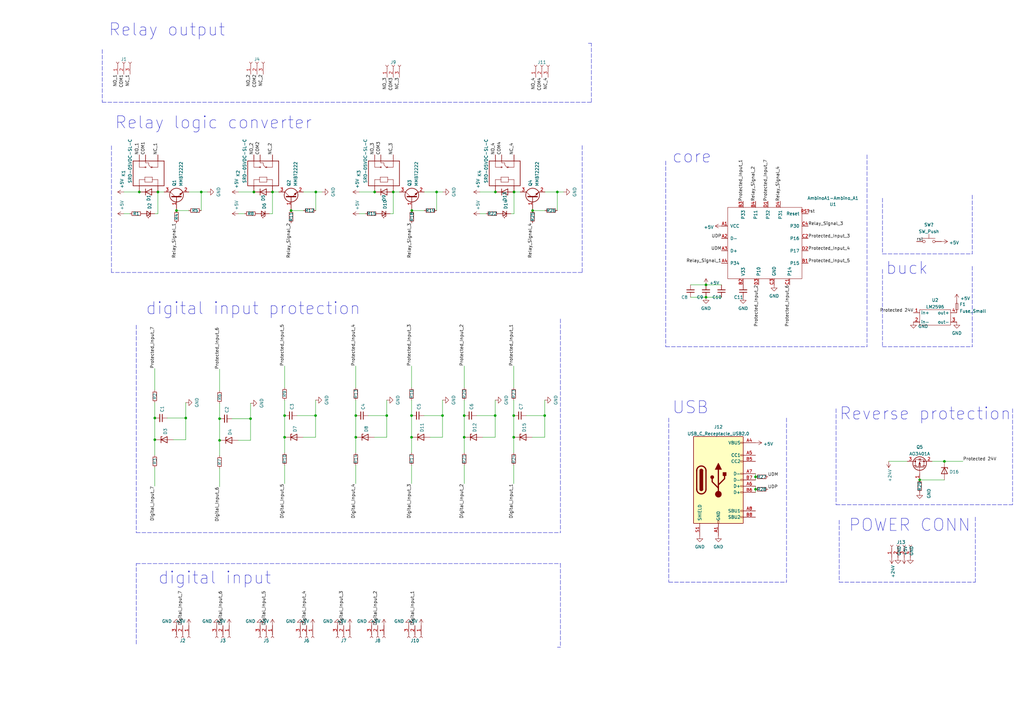
<source format=kicad_sch>
(kicad_sch (version 20211123) (generator eeschema)
  (paper "A3")
  (lib_symbols
    (symbol "CH55xFamily:AmbinoA1-Ambino_A1" (pin_names (offset 1.016))
      (property "Reference" "U" (at 10.16 -15.24 0))
      (property "Value" "AmbinoA1-Ambino_A1" (at 10.16 -17.78 0))
      (symbol "AmbinoA1-Ambino_A1_1_1"
        (pin input line (at -7.62 -10.16 0) (length 2.54) (name "VCC") (number "A1"))
        (pin input line (at -7.62 -15.24 0) (length 2.54) (name "D-") (number "A2"))
        (pin input line (at -7.62 -20.32 0) (length 2.54) (name "D+") (number "A3"))
        (pin input line (at -7.62 -25.4 0) (length 2.54) (name "P34") (number "A4"))
        (pin input line (at 27.94 -25.4 180) (length 2.54) (name "P15") (number "B1"))
        (pin input line (at 1.27 -34.29 90) (length 2.54) (name "V33") (number "B2"))
        (pin input line (at 1.27 0 270) (length 2.54) (name "P33") (number "B3"))
        (pin input line (at 6.35 0 270) (length 2.54) (name "P11") (number "B4"))
        (pin input line (at 20.32 -34.29 90) (length 2.54) (name "P14") (number "C1"))
        (pin input line (at 27.94 -15.24 180) (length 2.54) (name "P16") (number "C2"))
        (pin input line (at 13.97 -34.29 90) (length 2.54) (name "GND") (number "C3"))
        (pin input line (at 27.94 -10.16 180) (length 2.54) (name "P30") (number "C4"))
        (pin input line (at 11.43 0 270) (length 2.54) (name "P32") (number "D1"))
        (pin input line (at 27.94 -20.32 180) (length 2.54) (name "P17") (number "D2"))
        (pin input line (at 7.62 -34.29 90) (length 2.54) (name "P10") (number "D3"))
        (pin input line (at 16.51 0 270) (length 2.54) (name "P31") (number "D4"))
        (pin input line (at 27.94 -5.08 180) (length 2.54) (name "Reset") (number "RST"))
      )
    )
    (symbol "Connector:Conn_01x03_Female" (pin_names (offset 1.016) hide)
      (property "Reference" "J" (at 0 5.08 0))
      (property "Value" "Conn_01x03_Female" (at 0 -5.08 0))
      (symbol "Conn_01x03_Female_1_1"
        (pin passive line (at -5.08 2.54 0) (length 3.81) (name "Pin_1") (number "1"))
        (pin passive line (at -5.08 0 0) (length 3.81) (name "Pin_2") (number "2"))
        (pin passive line (at -5.08 -2.54 0) (length 3.81) (name "Pin_3") (number "3"))
      )
    )
    (symbol "Connector:Conn_01x04_Female" (pin_names (offset 1.016) hide)
      (property "Reference" "J" (at 0 5.08 0))
      (property "Value" "Conn_01x04_Female" (at 0 -7.62 0))
      (symbol "Conn_01x04_Female_1_1"
        (pin passive line (at -5.08 2.54 0) (length 3.81) (name "Pin_1") (number "1"))
        (pin passive line (at -5.08 0 0) (length 3.81) (name "Pin_2") (number "2"))
        (pin passive line (at -5.08 -2.54 0) (length 3.81) (name "Pin_3") (number "3"))
        (pin passive line (at -5.08 -5.08 0) (length 3.81) (name "Pin_4") (number "4"))
      )
    )
    (symbol "Connector:USB_C_Receptacle_USB2.0" (pin_names (offset 1.016))
      (property "Reference" "J" (at -10.16 19.05 0))
      (property "Value" "USB_C_Receptacle_USB2.0" (at 19.05 19.05 0))
      (symbol "USB_C_Receptacle_USB2.0_1_1"
        (pin passive line (at 0 -22.86 90) (length 5.08) (name "GND") (number "A1"))
        (pin passive line (at 0 -22.86 90) (length 5.08) hide (name "GND") (number "A12"))
        (pin passive line (at 15.24 15.24 180) (length 5.08) (name "VBUS") (number "A4"))
        (pin bidirectional line (at 15.24 10.16 180) (length 5.08) (name "CC1") (number "A5"))
        (pin bidirectional line (at 15.24 -2.54 180) (length 5.08) (name "D+") (number "A6"))
        (pin bidirectional line (at 15.24 2.54 180) (length 5.08) (name "D-") (number "A7"))
        (pin bidirectional line (at 15.24 -12.7 180) (length 5.08) (name "SBU1") (number "A8"))
        (pin passive line (at 15.24 15.24 180) (length 5.08) hide (name "VBUS") (number "A9"))
        (pin passive line (at 0 -22.86 90) (length 5.08) hide (name "GND") (number "B1"))
        (pin passive line (at 0 -22.86 90) (length 5.08) hide (name "GND") (number "B12"))
        (pin passive line (at 15.24 15.24 180) (length 5.08) hide (name "VBUS") (number "B4"))
        (pin bidirectional line (at 15.24 7.62 180) (length 5.08) (name "CC2") (number "B5"))
        (pin bidirectional line (at 15.24 -5.08 180) (length 5.08) (name "D+") (number "B6"))
        (pin bidirectional line (at 15.24 0 180) (length 5.08) (name "D-") (number "B7"))
        (pin bidirectional line (at 15.24 -15.24 180) (length 5.08) (name "SBU2") (number "B8"))
        (pin passive line (at 15.24 15.24 180) (length 5.08) hide (name "VBUS") (number "B9"))
        (pin passive line (at -7.62 -22.86 90) (length 5.08) (name "SHIELD") (number "S1"))
      )
    )
    (symbol "Device:C_Small" (pin_numbers hide) (pin_names (offset 0.254) hide)
      (property "Reference" "C" (at 0.254 1.778 0))
      (property "Value" "C_Small" (at 0.254 -2.032 0))
      (symbol "C_Small_1_1"
        (pin passive line (at 0 2.54 270) (length 2.032) (name "~") (number "1"))
        (pin passive line (at 0 -2.54 90) (length 2.032) (name "~") (number "2"))
      )
    )
    (symbol "Device:D_Zener" (pin_numbers hide) (pin_names (offset 1.016) hide)
      (property "Reference" "D" (at 0 2.54 0))
      (property "Value" "D_Zener" (at 0 -2.54 0))
      (symbol "D_Zener_1_1"
        (pin passive line (at -3.81 0 0) (length 2.54) (name "K") (number "1"))
        (pin passive line (at 3.81 0 180) (length 2.54) (name "A") (number "2"))
      )
    )
    (symbol "Device:Fuse_Small" (pin_numbers hide) (pin_names (offset 0.254) hide)
      (property "Reference" "F" (at 0 -1.524 0))
      (property "Value" "Fuse_Small" (at 0 1.524 0))
      (symbol "Fuse_Small_1_1"
        (pin passive line (at -2.54 0 0) (length 1.27) (name "~") (number "1"))
        (pin passive line (at 2.54 0 180) (length 1.27) (name "~") (number "2"))
      )
    )
    (symbol "Device:LED_Small" (pin_numbers hide) (pin_names (offset 0.254) hide)
      (property "Reference" "D" (at -1.27 3.175 0))
      (property "Value" "LED_Small" (at -4.445 -2.54 0))
      (symbol "LED_Small_1_1"
        (pin passive line (at -2.54 0 0) (length 1.778) (name "K") (number "1"))
        (pin passive line (at 2.54 0 180) (length 1.778) (name "A") (number "2"))
      )
    )
    (symbol "Device:R_Small" (pin_numbers hide) (pin_names (offset 0.254) hide)
      (property "Reference" "R" (at 0.762 0.508 0))
      (property "Value" "R_Small" (at 0.762 -1.016 0))
      (symbol "R_Small_1_1"
        (pin passive line (at 0 2.54 270) (length 0.762) (name "~") (number "1"))
        (pin passive line (at 0 -2.54 90) (length 0.762) (name "~") (number "2"))
      )
    )
    (symbol "Diode:1N4148" (pin_numbers hide) (pin_names (offset 1.016) hide)
      (property "Reference" "D" (at 0 2.54 0))
      (property "Value" "1N4148" (at 0 -2.54 0))
      (symbol "1N4148_1_1"
        (pin passive line (at -3.81 0 0) (length 2.54) (name "K") (number "1"))
        (pin passive line (at 3.81 0 180) (length 2.54) (name "A") (number "2"))
      )
    )
    (symbol "LM_2596_Module:LM2596"
      (property "Reference" "U" (at 0 0 0))
      (property "Value" "LM2596" (at 0 0 0))
      (symbol "LM2596_1_1"
        (pin input line (at -8.89 -2.54 0) (length 2.54) (name "in+") (number "1"))
        (pin input line (at -8.89 -6.35 0) (length 2.54) (name "in-") (number "2"))
        (pin input line (at 8.89 -6.35 180) (length 2.54) (name "out-") (number "3"))
        (pin input line (at 8.89 -2.54 180) (length 2.54) (name "out+") (number "4"))
      )
    )
    (symbol "Switch:SW_Push" (pin_numbers hide) (pin_names (offset 1.016) hide)
      (property "Reference" "SW" (at 1.27 2.54 0))
      (property "Value" "SW_Push" (at 0 -1.524 0))
      (symbol "SW_Push_0_1"
        (pin passive line (at -5.08 0 0) (length 2.54) (name "1") (number "1"))
        (pin passive line (at 5.08 0 180) (length 2.54) (name "2") (number "2"))
      )
    )
    (symbol "Transistor_BJT:MMBT3904" (pin_names (offset 0) hide)
      (property "Reference" "Q" (at 5.08 1.905 0))
      (property "Value" "MMBT3904" (at 5.08 0 0))
      (symbol "MMBT3904_1_1"
        (pin input line (at -5.08 0 0) (length 5.715) (name "B") (number "1"))
        (pin passive line (at 2.54 -5.08 90) (length 2.54) (name "E") (number "2"))
        (pin passive line (at 2.54 5.08 270) (length 2.54) (name "C") (number "3"))
      )
    )
    (symbol "Transistor_FET:AO3401A" (pin_names hide)
      (property "Reference" "Q" (at 5.08 1.905 0))
      (property "Value" "AO3401A" (at 5.08 0 0))
      (symbol "AO3401A_1_1"
        (pin input line (at -5.08 0 0) (length 2.54) (name "G") (number "1"))
        (pin passive line (at 2.54 -5.08 90) (length 2.54) (name "S") (number "2"))
        (pin passive line (at 2.54 5.08 270) (length 2.54) (name "D") (number "3"))
      )
    )
    (symbol "customrelay:SRD-05VDC-SL-C" (pin_numbers hide) (pin_names (offset 1.016) hide)
      (property "Reference" "K" (at -5.08 5.842 0))
      (property "Value" "SRD-05VDC-SL-C" (at -5.08 -10.16 0))
      (symbol "SRD-05VDC-SL-C_0_0"
        (pin passive line (at -7.62 2.54 0) (length 2.54) (name "~") (number "A1"))
        (pin passive line (at -7.62 -5.08 0) (length 2.54) (name "~") (number "A2"))
        (pin passive line (at 7.62 0 180) (length 2.54) (name "~") (number "COM"))
        (pin passive line (at 7.62 -5.08 180) (length 2.54) (name "~") (number "NC"))
        (pin passive line (at 7.62 2.54 180) (length 2.54) (name "~") (number "NO"))
      )
    )
    (symbol "power:+24V" (power) (pin_names (offset 0))
      (property "Value" "+24V" (at 0 3.556 0))
      (symbol "+24V_1_1"
        (pin power_in line (at 0 0 90) (length 0) hide (name "+24V") (number "1"))
      )
    )
    (symbol "power:+5V" (power) (pin_names (offset 0))
      (property "Value" "+5V" (at 0 3.556 0))
      (symbol "+5V_1_1"
        (pin power_in line (at 0 0 90) (length 0) hide (name "+5V") (number "1"))
      )
    )
    (symbol "power:GND" (power) (pin_names (offset 0))
      (property "Value" "GND" (at 0 -3.81 0))
      (symbol "GND_1_1"
        (pin power_in line (at 0 0 270) (length 0) hide (name "GND") (number "1"))
      )
    )
  )
  (junction (at 181.4933 170.4439))
  (junction (at 210.82 78.74))
  (junction (at 158.6333 170.4439))
  (junction (at 179.07 78.74))
  (junction (at 119.38 86.36))
  (junction (at 289.56 116.84))
  (junction (at 309.88 200.66))
  (junction (at 90.0533 171.7139))
  (junction (at 168.7933 179.3339))
  (junction (at 228.6 78.74))
  (junction (at 387.35 189.23))
  (junction (at 223.4033 170.4439))
  (junction (at 116.7233 179.3339))
  (junction (at 210.7033 179.3339))
  (junction (at 57.15 78.74))
  (junction (at 168.91 86.36))
  (junction (at 72.39 86.36))
  (junction (at 218.44 86.36))
  (junction (at 210.7033 170.4439))
  (junction (at 76.2 171.45))
  (junction (at 82.55 78.74))
  (junction (at 145.9333 179.3339))
  (junction (at 102.7533 171.7139))
  (junction (at 116.7233 170.4439))
  (junction (at 63.5 180.34))
  (junction (at 153.67 78.74))
  (junction (at 129.4233 170.4439))
  (junction (at 190.3833 179.3339))
  (junction (at 377.19 196.85))
  (junction (at 90.0533 180.6039))
  (junction (at 168.7933 170.4439))
  (junction (at 289.56 121.92))
  (junction (at 64.77 78.74))
  (junction (at 129.54 78.74))
  (junction (at 203.0833 170.4439))
  (junction (at 104.14 78.74))
  (junction (at 190.3833 170.4439))
  (junction (at 145.9333 170.4439))
  (junction (at 161.29 78.74))
  (junction (at 63.5 171.45))
  (junction (at 111.76 78.74))
  (junction (at 203.2 78.74))
  (junction (at 309.88 195.58))
  (wire (pts (xy 173.99 78.74) (xy 179.07 78.74)))
  (polyline (pts (xy 55.88 231.14) (xy 229.87 231.14)))
  (wire (pts (xy 77.47 78.74) (xy 82.55 78.74)))
  (polyline (pts (xy 322.58 171.45) (xy 322.58 238.76)))
  (wire (pts (xy 168.7933 170.4439) (xy 168.7933 164.0939)))
  (wire (pts (xy 203.0833 170.4439) (xy 203.0833 164.0939)))
  (polyline (pts (xy 238.76 111.76) (xy 45.72 111.76)))
  (wire (pts (xy 228.6 86.36) (xy 228.6 78.74)))
  (polyline (pts (xy 41.91 20.32) (xy 41.91 41.91)))
  (wire (pts (xy 77.47 86.36) (xy 72.39 86.36)))
  (wire (pts (xy 190.3833 179.3339) (xy 190.3833 170.4439)))
  (wire (pts (xy 64.77 78.74) (xy 67.31 78.74)))
  (wire (pts (xy 90.0533 171.7139) (xy 90.0533 165.3639)))
  (wire (pts (xy 97.79 87.63) (xy 100.33 87.63)))
  (wire (pts (xy 116.7233 179.3339) (xy 116.7233 170.4439)))
  (wire (pts (xy 145.9333 185.6839) (xy 145.9333 179.3339)))
  (wire (pts (xy 124.46 86.36) (xy 119.38 86.36)))
  (wire (pts (xy 64.77 78.74) (xy 64.77 87.63)))
  (wire (pts (xy 63.5 160.02) (xy 63.5 151.13)))
  (wire (pts (xy 196.85 87.63) (xy 199.39 87.63)))
  (wire (pts (xy 145.9333 170.4439) (xy 145.9333 164.0939)))
  (wire (pts (xy 124.3433 179.3339) (xy 129.4233 179.3339)))
  (wire (pts (xy 168.7933 159.0139) (xy 168.7933 150.1239)))
  (wire (pts (xy 181.4933 179.3339) (xy 181.4933 170.4439)))
  (wire (pts (xy 210.7033 185.6839) (xy 210.7033 179.3339)))
  (wire (pts (xy 309.88 194.31) (xy 309.88 195.58)))
  (wire (pts (xy 63.5 180.34) (xy 63.5 171.45)))
  (wire (pts (xy 210.7033 179.3339) (xy 210.7033 170.4439)))
  (wire (pts (xy 215.7833 170.4439) (xy 223.4033 170.4439)))
  (polyline (pts (xy 361.95 81.28) (xy 361.95 104.14)))
  (wire (pts (xy 382.27 189.23) (xy 387.35 189.23)))
  (polyline (pts (xy 229.87 130.81) (xy 229.87 218.44)))
  (wire (pts (xy 190.3833 198.3839) (xy 190.3833 190.7639)))
  (wire (pts (xy 173.8733 170.4439) (xy 181.4933 170.4439)))
  (wire (pts (xy 173.99 86.36) (xy 168.91 86.36)))
  (wire (pts (xy 210.7033 198.3839) (xy 210.7033 190.7639)))
  (wire (pts (xy 198.0033 179.3339) (xy 203.0833 179.3339)))
  (polyline (pts (xy 398.78 109.22) (xy 398.78 142.24)))
  (polyline (pts (xy 273.05 66.04) (xy 273.05 142.24)))
  (wire (pts (xy 95.1333 171.7139) (xy 102.7533 171.7139)))
  (polyline (pts (xy 45.72 111.76) (xy 45.72 59.69)))
  (wire (pts (xy 168.7933 198.3839) (xy 168.7933 190.7639)))
  (polyline (pts (xy 41.91 41.91) (xy 242.57 41.91)))
  (wire (pts (xy 181.4933 170.4439) (xy 181.4933 164.0939)))
  (wire (pts (xy 111.76 78.74) (xy 114.3 78.74)))
  (wire (pts (xy 168.7933 179.3339) (xy 168.7933 170.4439)))
  (wire (pts (xy 190.3833 170.4439) (xy 190.3833 164.0939)))
  (wire (pts (xy 90.0533 180.6039) (xy 90.0533 171.7139)))
  (wire (pts (xy 129.54 78.74) (xy 132.08 78.74)))
  (wire (pts (xy 116.7233 170.4439) (xy 116.7233 164.0939)))
  (wire (pts (xy 190.3833 159.0139) (xy 190.3833 150.1239)))
  (wire (pts (xy 90.0533 186.9539) (xy 90.0533 180.6039)))
  (wire (pts (xy 196.85 78.74) (xy 203.2 78.74)))
  (wire (pts (xy 50.8 78.74) (xy 57.15 78.74)))
  (polyline (pts (xy 398.78 80.01) (xy 398.78 104.14)))
  (wire (pts (xy 116.7233 185.6839) (xy 116.7233 179.3339)))
  (wire (pts (xy 63.5 199.39) (xy 63.5 191.77)))
  (polyline (pts (xy 242.57 41.91) (xy 242.57 17.78)))
  (wire (pts (xy 71.12 180.34) (xy 76.2 180.34)))
  (wire (pts (xy 124.46 78.74) (xy 129.54 78.74)))
  (wire (pts (xy 176.4133 179.3339) (xy 181.4933 179.3339)))
  (wire (pts (xy 168.7933 185.6839) (xy 168.7933 179.3339)))
  (wire (pts (xy 97.6733 180.6039) (xy 102.7533 180.6039)))
  (wire (pts (xy 82.55 78.74) (xy 85.09 78.74)))
  (wire (pts (xy 129.4233 179.3339) (xy 129.4233 170.4439)))
  (polyline (pts (xy 274.32 171.45) (xy 274.32 238.76)))
  (wire (pts (xy 147.32 78.74) (xy 153.67 78.74)))
  (wire (pts (xy 228.6 78.74) (xy 231.14 78.74)))
  (polyline (pts (xy 241.3 17.78) (xy 242.57 17.78)))
  (wire (pts (xy 309.88 195.58) (xy 309.88 196.85)))
  (polyline (pts (xy 55.88 133.35) (xy 55.88 218.44)))
  (wire (pts (xy 289.56 121.92) (xy 295.91 121.92)))
  (wire (pts (xy 145.9333 198.3839) (xy 145.9333 190.7639)))
  (wire (pts (xy 76.2 180.34) (xy 76.2 171.45)))
  (polyline (pts (xy 342.9 167.64) (xy 342.9 207.01)))
  (wire (pts (xy 309.88 199.39) (xy 309.88 200.66)))
  (wire (pts (xy 111.76 78.74) (xy 111.76 87.63)))
  (wire (pts (xy 145.9333 159.0139) (xy 145.9333 150.1239)))
  (wire (pts (xy 90.0533 160.2839) (xy 90.0533 151.3939)))
  (wire (pts (xy 161.29 78.74) (xy 161.29 87.63)))
  (wire (pts (xy 195.4633 170.4439) (xy 203.0833 170.4439)))
  (polyline (pts (xy 355.6 63.5) (xy 355.6 142.24)))
  (wire (pts (xy 102.7533 171.7139) (xy 102.7533 165.3639)))
  (wire (pts (xy 97.79 78.74) (xy 104.14 78.74)))
  (wire (pts (xy 161.29 78.74) (xy 163.83 78.74)))
  (wire (pts (xy 179.07 86.36) (xy 179.07 78.74)))
  (wire (pts (xy 377.19 196.85) (xy 387.35 196.85)))
  (polyline (pts (xy 55.88 264.16) (xy 55.88 231.14)))
  (wire (pts (xy 153.5533 179.3339) (xy 158.6333 179.3339)))
  (polyline (pts (xy 238.76 59.69) (xy 238.76 111.76)))
  (wire (pts (xy 203.0833 179.3339) (xy 203.0833 170.4439)))
  (wire (pts (xy 210.82 87.63) (xy 209.55 87.63)))
  (wire (pts (xy 121.8033 170.4439) (xy 129.4233 170.4439)))
  (wire (pts (xy 179.07 78.74) (xy 181.61 78.74)))
  (polyline (pts (xy 344.17 213.36) (xy 344.17 238.76)))
  (wire (pts (xy 129.54 86.36) (xy 129.54 78.74)))
  (wire (pts (xy 289.56 116.84) (xy 295.91 116.84)))
  (wire (pts (xy 64.77 87.63) (xy 63.5 87.63)))
  (polyline (pts (xy 229.87 231.14) (xy 229.87 265.43)))
  (wire (pts (xy 147.32 87.63) (xy 149.86 87.63)))
  (wire (pts (xy 50.8 87.63) (xy 53.34 87.63)))
  (polyline (pts (xy 228.6 265.43) (xy 229.87 265.43)))
  (wire (pts (xy 223.52 78.74) (xy 228.6 78.74)))
  (wire (pts (xy 223.4033 179.3339) (xy 223.4033 170.4439)))
  (wire (pts (xy 158.6333 170.4439) (xy 158.6333 164.0939)))
  (polyline (pts (xy 361.95 104.14) (xy 398.78 104.14)))
  (wire (pts (xy 111.76 87.63) (xy 110.49 87.63)))
  (wire (pts (xy 63.5 171.45) (xy 63.5 165.1)))
  (wire (pts (xy 283.21 116.84) (xy 289.56 116.84)))
  (wire (pts (xy 82.55 86.36) (xy 82.55 78.74)))
  (wire (pts (xy 63.5 186.69) (xy 63.5 180.34)))
  (wire (pts (xy 158.6333 179.3339) (xy 158.6333 170.4439)))
  (wire (pts (xy 129.4233 170.4439) (xy 129.4233 164.0939)))
  (wire (pts (xy 210.7033 170.4439) (xy 210.7033 164.0939)))
  (wire (pts (xy 309.88 200.66) (xy 309.88 201.93)))
  (wire (pts (xy 210.82 78.74) (xy 213.36 78.74)))
  (polyline (pts (xy 344.17 238.76) (xy 400.05 238.76)))
  (wire (pts (xy 210.82 78.74) (xy 210.82 87.63)))
  (polyline (pts (xy 273.05 142.24) (xy 355.6 142.24)))
  (polyline (pts (xy 274.32 238.76) (xy 322.58 238.76)))
  (wire (pts (xy 116.7233 198.3839) (xy 116.7233 190.7639)))
  (wire (pts (xy 76.2 171.45) (xy 76.2 165.1)))
  (wire (pts (xy 387.35 189.23) (xy 394.97 189.23)))
  (wire (pts (xy 116.7233 159.0139) (xy 116.7233 150.1239)))
  (wire (pts (xy 161.29 87.63) (xy 160.02 87.63)))
  (polyline (pts (xy 55.88 218.44) (xy 229.87 218.44)))
  (polyline (pts (xy 361.95 110.49) (xy 361.95 142.24)))
  (polyline (pts (xy 342.9 207.01) (xy 415.29 207.01)))
  (wire (pts (xy 223.52 86.36) (xy 218.44 86.36)))
  (wire (pts (xy 151.0133 170.4439) (xy 158.6333 170.4439)))
  (polyline (pts (xy 400.05 212.09) (xy 400.05 238.76)))
  (wire (pts (xy 218.3233 179.3339) (xy 223.4033 179.3339)))
  (wire (pts (xy 364.49 189.23) (xy 372.11 189.23)))
  (wire (pts (xy 68.58 171.45) (xy 76.2 171.45)))
  (wire (pts (xy 210.7033 159.0139) (xy 210.7033 150.1239)))
  (wire (pts (xy 102.7533 180.6039) (xy 102.7533 171.7139)))
  (wire (pts (xy 223.4033 170.4439) (xy 223.4033 164.0939)))
  (wire (pts (xy 190.3833 185.6839) (xy 190.3833 179.3339)))
  (polyline (pts (xy 415.29 167.64) (xy 415.29 207.01)))
  (polyline (pts (xy 361.95 142.24) (xy 398.78 142.24)))
  (wire (pts (xy 283.21 121.92) (xy 289.56 121.92)))
  (wire (pts (xy 145.9333 179.3339) (xy 145.9333 170.4439)))
  (wire (pts (xy 90.0533 199.6539) (xy 90.0533 192.0339)))
  (text "buck" (at 363.22 113.03 0) (effects (font (size 5 5)) (justify left bottom)))
  (text "Reverse protection" (at 344.17 172.72 0) (effects (font (size 5 5)) (justify left bottom)))
  (text "POWER CONN" (at 347.98 218.44 0) (effects (font (size 5 5)) (justify left bottom)))
  (text "USB" (at 275.59 170.18 0) (effects (font (size 5 5)) (justify left bottom)))
  (text "digital input protection\n" (at 59.69 129.54 0) (effects (font (size 5 5)) (justify left bottom)))
  (text "Relay logic converter" (at 46.99 53.34 0) (effects (font (size 5 5)) (justify left bottom)))
  (text "digital input\n" (at 64.77 240.03 0) (effects (font (size 5 5)) (justify left bottom)))
  (text "core" (at 275.59 67.31 0) (effects (font (size 5 5)) (justify left bottom)))
  (text "Relay output\n" (at 44.45 15.24 0) (effects (font (size 5 5)) (justify left bottom)))
  (label "Digital_Input_5" (at 116.7233 198.3839 270))
  (label "Protected_Input_5" (at 331.47 107.95 0))
  (label "Protected_Input_7" (at 63.5 151.13 90))
  (label "COM3" (at 156.21 63.5 90))
  (label "Protected_Input_1" (at 210.7033 150.1239 90))
  (label "NO_4" (at 219.71 31.75 270))
  (label "NO_2" (at 102.87 30.48 270))
  (label "Digital_Input_1" (at 210.7033 198.3839 270))
  (label "Relay_Signal_4" (at 218.44 91.44 270))
  (label "Protected_Input_7" (at 314.96 82.55 90))
  (label "Protected_Input_6" (at 90.0533 151.3939 90))
  (label "Protected_Input_5" (at 116.7233 150.1239 90))
  (label "rst" (at 375.92 99.06 0))
  (label "NC_1" (at 53.34 30.48 270))
  (label "Digital_Input_6" (at 90.0533 199.6539 270))
  (label "Protected_Input_4" (at 145.9333 150.1239 90))
  (label "rst" (at 331.47 87.63 0))
  (label "COM3" (at 161.29 31.75 270))
  (label "Digital_Input_1" (at 170.18 256.54 90))
  (label "COM2" (at 105.41 30.48 270))
  (label "NC_3" (at 161.29 63.5 90))
  (label "Relay_Signal_2" (at 309.88 82.55 90))
  (label "NO_1" (at 48.26 30.48 270))
  (label "Protected_Input_3" (at 168.7933 150.1239 90))
  (label "Digital_Input_4" (at 125.73 256.54 90))
  (label "Protected_Input_2" (at 311.15 116.84 270))
  (label "UDP" (at 295.91 97.79 180))
  (label "Protected_Input_1" (at 304.8 82.55 90))
  (label "NC_4" (at 224.79 31.75 270))
  (label "Relay_Signal_3" (at 168.91 91.44 270))
  (label "Protected_Input_4" (at 331.47 102.87 0))
  (label "Digital_Input_7" (at 74.93 256.54 90))
  (label "Digital_Input_7" (at 63.5 199.39 270))
  (label "Relay_Signal_1" (at 72.39 91.44 270))
  (label "COM1" (at 59.69 63.5 90))
  (label "NC_1" (at 64.77 63.5 90))
  (label "Relay_Signal_3" (at 331.47 92.71 0))
  (label "Digital_Input_5" (at 109.22 256.54 90))
  (label "Digital_Input_2" (at 154.94 256.54 90))
  (label "UDM" (at 295.91 102.87 180))
  (label "Protected 24V" (at 394.97 189.23 0))
  (label "Digital_Input_6" (at 91.44 256.54 90))
  (label "NO_3" (at 158.75 31.75 270))
  (label "COM4" (at 205.74 63.5 90))
  (label "NC_3" (at 163.83 31.75 270))
  (label "NC_2" (at 107.95 30.48 270))
  (label "Relay_Signal_2" (at 119.38 91.44 270))
  (label "Digital_Input_4" (at 145.9333 198.3839 270))
  (label "COM2" (at 106.68 63.5 90))
  (label "Digital_Input_3" (at 140.97 256.54 90))
  (label "Digital_Input_2" (at 190.3833 198.3839 270))
  (label "NO_3" (at 153.67 63.5 90))
  (label "COM4" (at 222.25 31.75 270))
  (label "NC_2" (at 111.76 63.5 90))
  (label "Protected_Input_2" (at 190.3833 150.1239 90))
  (label "UDP" (at 314.96 200.66 0))
  (label "NO_2" (at 104.14 63.5 90))
  (label "Digital_Input_3" (at 168.7933 198.3839 270))
  (label "Relay_Signal_1" (at 295.91 107.95 180))
  (label "UDM" (at 314.96 195.58 0))
  (label "NO_1" (at 57.15 63.5 90))
  (label "Protected_Input_6" (at 323.85 116.84 270))
  (label "Protected_Input_3" (at 331.47 97.79 0))
  (label "Relay_Signal_4" (at 320.04 82.55 90))
  (label "Protected 24V" (at 374.65 128.27 180))
  (label "NO_4" (at 203.2 63.5 90))
  (label "COM1" (at 50.8 30.48 270))
  (label "NC_4" (at 210.82 63.5 90))
  (symbol (lib_id "power:+5V") (at 386.08 99.06 270) (unit 1)
    (property "Reference" "#PWR?" (effects hide))
    (property "Value" "+5V" (at 389.255 99.539 90) (effects (justify left)))
  )
  (symbol (lib_id "power:+5V") (at 97.79 87.63 90) (unit 1)
    (property "Reference" "#PWR010" (effects hide))
    (property "Value" "+5V" (at 96.999 86.233 0) (effects (justify left)))
  )
  (symbol (lib_id "Device:D_Zener") (at 194.1933 179.3339 0) (unit 1)
    (property "Reference" "D12" (at 194.6723 177.3019 90) (effects (justify left)))
    (property "Value" "D_Zener" (effects hide))
    (property "Footprint" "Ambino Custom SIP:D_SOD-123" (effects hide))
  )
  (symbol (lib_id "power:GND") (at 132.08 78.74 90) (unit 1)
    (property "Reference" "#PWR017" (effects hide))
    (property "Value" "GND" (at 136.6425 78.74 0))
  )
  (symbol (lib_id "Connector:Conn_01x03_Female") (at 161.29 26.67 90) (unit 1)
    (property "Reference" "J9" (at 161.29 25.5293 90))
    (property "Value" "Conn_01x03_Female" (effects hide))
    (property "Footprint" "Connector_Phoenix_MSTB:PhoenixContact_MSTBA_2,5_3-G-5,08_1x03_P5.08mm_Horizontal" (effects hide))
  )
  (symbol (lib_id "power:GND") (at 317.5 116.84 0) (unit 1)
    (property "Reference" "#PWR041" (effects hide))
    (property "Value" "GND" (at 317.5 121.4025 0))
  )
  (symbol (lib_id "power:GND") (at 181.61 78.74 90) (unit 1)
    (property "Reference" "#PWR028" (effects hide))
    (property "Value" "GND" (at 186.1725 78.74 0))
  )
  (symbol (lib_id "Connector:Conn_01x03_Female") (at 170.18 261.62 270) (unit 1)
    (property "Reference" "J10" (at 170.18 262.7607 90))
    (property "Value" "Conn_01x03_Female" (effects hide))
    (property "Footprint" "Connector_Phoenix_MSTB:PhoenixContact_MSTBA_2,5_3-G-5,08_1x03_P5.08mm_Horizontal" (effects hide))
  )
  (symbol (lib_id "Device:R_Small") (at 119.38 88.9 180) (unit 1)
    (property "Reference" "R11" (at 119.38 88.9 90))
    (property "Value" "1K" (effects hide))
    (property "Footprint" "Ambino Custom SIP:R_0805_2012Metric" (effects hide))
  )
  (symbol (lib_id "power:GND") (at 88.9 256.54 180) (unit 1)
    (property "Reference" "#PWR07" (effects hide))
    (property "Value" "GND" (at 86.995 254.791 0) (effects (justify left)))
  )
  (symbol (lib_id "Device:C_Small") (at 283.21 119.38 180) (unit 1)
    (property "Reference" "C8" (at 279.4 121.92 0) (effects (justify right)))
    (property "Value" "105" (effects hide))
    (property "Footprint" "Ambino Custom SIP:C_0805_2012Metric" (effects hide))
  )
  (symbol (lib_id "Connector:Conn_01x03_Female") (at 125.73 261.62 270) (unit 1)
    (property "Reference" "J6" (at 125.73 262.7607 90))
    (property "Value" "Conn_01x03_Female" (effects hide))
    (property "Footprint" "Connector_Phoenix_MSTB:PhoenixContact_MSTBA_2,5_3-G-5,08_1x03_P5.08mm_Horizontal" (effects hide))
  )
  (symbol (lib_id "Device:D_Zener") (at 120.5333 179.3339 0) (unit 1)
    (property "Reference" "D7" (at 121.0123 177.3019 90) (effects (justify left)))
    (property "Value" "D_Zener" (effects hide))
    (property "Footprint" "Ambino Custom SIP:D_SOD-123" (effects hide))
  )
  (symbol (lib_id "power:+5V") (at 196.85 78.74 90) (unit 1)
    (property "Reference" "#PWR029" (effects hide))
    (property "Value" "+5V" (at 196.059 77.343 0) (effects (justify left)))
  )
  (symbol (lib_id "power:+5V") (at 196.85 87.63 90) (unit 1)
    (property "Reference" "#PWR030" (effects hide))
    (property "Value" "+5V" (at 196.059 86.233 0) (effects (justify left)))
  )
  (symbol (lib_id "Connector:Conn_01x03_Female") (at 50.8 25.4 90) (unit 1)
    (property "Reference" "J1" (at 50.8 24.2593 90))
    (property "Value" "Conn_01x03_Female" (effects hide))
    (property "Footprint" "Connector_Phoenix_MSTB:PhoenixContact_MSTBA_2,5_3-G-5,08_1x03_P5.08mm_Horizontal" (effects hide))
  )
  (symbol (lib_id "Device:R_Small") (at 190.3833 161.5539 180) (unit 1)
    (property "Reference" "R20" (at 190.3833 161.5539 90))
    (property "Value" "4k7" (effects hide))
    (property "Footprint" "Ambino Custom SIP:R_0805_2012Metric" (effects hide))
  )
  (symbol (lib_id "Device:R_Small") (at 210.7033 188.2239 180) (unit 1)
    (property "Reference" "R24" (at 210.7033 188.2239 90))
    (property "Value" "4k7" (effects hide))
    (property "Footprint" "Ambino Custom SIP:R_0805_2012Metric" (effects hide))
  )
  (symbol (lib_id "Device:LED_Small") (at 107.95 87.63 180) (unit 1)
    (property "Reference" "D6" (at 108.3655 85.852 90) (effects (justify right)))
    (property "Value" "LED_RED" (effects hide))
    (property "Footprint" "Ambino Custom SIP:LED_0805_2012Metric" (effects hide))
  )
  (symbol (lib_id "power:+5V") (at 172.72 256.54 0) (unit 1)
    (property "Reference" "#PWR026" (effects hide))
    (property "Value" "+5V" (at 171.323 254.791 0) (effects (justify right)))
  )
  (symbol (lib_id "Device:C_Small") (at 295.91 119.38 180) (unit 1)
    (property "Reference" "C10" (at 292.1 121.92 0) (effects (justify right)))
    (property "Value" "104" (effects hide))
    (property "Footprint" "Ambino Custom SIP:C_0805_2012Metric" (effects hide))
  )
  (symbol (lib_id "power:GND") (at 223.4033 164.0939 90) (unit 1)
    (property "Reference" "#PWR032" (effects hide))
    (property "Value" "GND" (at 227.9658 164.0939 0))
  )
  (symbol (lib_id "Device:R_Small") (at 312.42 200.66 90) (unit 1)
    (property "Reference" "R28" (at 312.42 200.66 90))
    (property "Value" "R_Small" (effects hide))
    (property "Footprint" "Ambino Custom SIP:R_0805_2012Metric" (effects hide))
  )
  (symbol (lib_id "Device:D_Zener") (at 214.5133 179.3339 0) (unit 1)
    (property "Reference" "D15" (at 214.9923 177.3019 90) (effects (justify left)))
    (property "Value" "D_Zener" (effects hide))
    (property "Footprint" "Ambino Custom SIP:D_SOD-123" (effects hide))
  )
  (symbol (lib_id "power:GND") (at 377.19 201.93 0) (unit 1)
    (property "Reference" "#PWR048" (effects hide))
    (property "Value" "GND" (at 381 204.47 90) (effects (justify left)))
  )
  (symbol (lib_id "power:+5V") (at 143.51 256.54 0) (unit 1)
    (property "Reference" "#PWR019" (effects hide))
    (property "Value" "+5V" (at 142.113 254.791 0) (effects (justify right)))
  )
  (symbol (lib_id "power:+5V") (at 309.88 181.61 270) (unit 1)
    (property "Reference" "#PWR040" (effects hide))
    (property "Value" "+5V" (at 313.055 182.089 90) (effects (justify left)))
  )
  (symbol (lib_id "power:GND") (at 231.14 78.74 90) (unit 1)
    (property "Reference" "#PWR033" (effects hide))
    (property "Value" "GND" (at 235.7025 78.74 0))
  )
  (symbol (lib_id "Connector:Conn_01x03_Female") (at 74.93 261.62 270) (unit 1)
    (property "Reference" "J2" (at 74.93 262.7607 90))
    (property "Value" "Conn_01x03_Female" (effects hide))
    (property "Footprint" "Connector_Phoenix_MSTB:PhoenixContact_MSTBA_2,5_3-G-5,08_1x03_P5.08mm_Horizontal" (effects hide))
  )
  (symbol (lib_id "Connector:Conn_01x03_Female") (at 105.41 25.4 90) (unit 1)
    (property "Reference" "J4" (at 105.41 24.2593 90))
    (property "Value" "Conn_01x03_Female" (effects hide))
    (property "Footprint" "Connector_Phoenix_MSTB:PhoenixContact_MSTBA_2,5_3-G-5,08_1x03_P5.08mm_Horizontal" (effects hide))
  )
  (symbol (lib_id "Device:R_Small") (at 102.87 87.63 270) (unit 1)
    (property "Reference" "R8" (at 102.87 87.63 90))
    (property "Value" "1K" (effects hide))
    (property "Footprint" "Ambino Custom SIP:R_0805_2012Metric" (effects hide))
  )
  (symbol (lib_id "Device:C_Small") (at 92.5933 171.7139 270) (unit 1)
    (property "Reference" "C2" (at 93.0659 169.3898 0) (effects (justify right)))
    (property "Value" "104" (effects hide))
    (property "Footprint" "Ambino Custom SIP:C_0805_2012Metric" (effects hide))
  )
  (symbol (lib_id "Device:C_Small") (at 192.9233 170.4439 270) (unit 1)
    (property "Reference" "C6" (at 193.3959 168.1198 0) (effects (justify right)))
    (property "Value" "104" (effects hide))
    (property "Footprint" "Ambino Custom SIP:C_0805_2012Metric" (effects hide))
  )
  (symbol (lib_id "Device:C_Small") (at 213.2433 170.4439 270) (unit 1)
    (property "Reference" "C7" (at 213.7159 168.1198 0) (effects (justify right)))
    (property "Value" "104" (effects hide))
    (property "Footprint" "Ambino Custom SIP:C_0805_2012Metric" (effects hide))
  )
  (symbol (lib_id "customrelay:SRD-05VDC-SL-C") (at 205.74 71.12 90) (unit 1)
    (property "Reference" "K4" (at 196.6935 71.12 0))
    (property "Value" "SRD-05VDC-SL-C" (at 199.39 66.04 0))
    (property "Footprint" "Ambino Custom SIP:RELAY_SRD-05VDC-SL-C" (effects hide))
    (property "STANDARD" "IPC-7251" (effects hide))
    (property "MANUFACTURER" "SONGLE RELAY" (effects hide))
  )
  (symbol (lib_id "Device:R_Small") (at 116.7233 188.2239 180) (unit 1)
    (property "Reference" "R10" (at 116.7233 188.2239 90))
    (property "Value" "4k7" (effects hide))
    (property "Footprint" "Ambino Custom SIP:R_0805_2012Metric" (effects hide))
  )
  (symbol (lib_id "power:GND") (at 76.2 165.1 90) (unit 1)
    (property "Reference" "#PWR04" (effects hide))
    (property "Value" "GND" (at 80.7625 165.1 0))
  )
  (symbol (lib_id "Connector:Conn_01x03_Female") (at 140.97 261.62 270) (unit 1)
    (property "Reference" "J7" (at 140.97 262.7607 90))
    (property "Value" "Conn_01x03_Female" (effects hide))
    (property "Footprint" "Connector_Phoenix_MSTB:PhoenixContact_MSTBA_2,5_3-G-5,08_1x03_P5.08mm_Horizontal" (effects hide))
  )
  (symbol (lib_id "power:+5V") (at 370.84 228.6 180) (unit 1)
    (property "Reference" "#PWR045" (effects hide))
    (property "Value" "+5V" (at 371.319 227.965 90) (effects (justify right)))
  )
  (symbol (lib_id "Connector:Conn_01x04_Female") (at 368.3 223.52 90) (unit 1)
    (property "Reference" "J13" (at 369.57 222.3793 90))
    (property "Value" "Conn_01x04_Female" (effects hide))
    (property "Footprint" "Connector_Phoenix_MSTB:PhoenixContact_MSTBA_2,5_4-G-5,08_1x04_P5.08mm_Horizontal" (effects hide))
  )
  (symbol (lib_id "Device:R_Small") (at 190.3833 188.2239 180) (unit 1)
    (property "Reference" "R21" (at 190.3833 188.2239 90))
    (property "Value" "4k7" (effects hide))
    (property "Footprint" "Ambino Custom SIP:R_0805_2012Metric" (effects hide))
  )
  (symbol (lib_id "Device:C_Small") (at 289.56 119.38 180) (unit 1)
    (property "Reference" "C9" (at 285.75 121.92 0) (effects (justify right)))
    (property "Value" "106" (effects hide))
    (property "Footprint" "Ambino Custom SIP:C_0805_2012Metric" (effects hide))
  )
  (symbol (lib_id "Device:R_Small") (at 168.91 88.9 180) (unit 1)
    (property "Reference" "R18" (at 168.91 88.9 90))
    (property "Value" "1K" (effects hide))
    (property "Footprint" "Ambino Custom SIP:R_0805_2012Metric" (effects hide))
  )
  (symbol (lib_id "Device:R_Small") (at 168.7933 161.5539 180) (unit 1)
    (property "Reference" "R16" (at 168.7933 161.5539 90))
    (property "Value" "4k7" (effects hide))
    (property "Footprint" "Ambino Custom SIP:R_0805_2012Metric" (effects hide))
  )
  (symbol (lib_id "Device:R_Small") (at 226.06 86.36 270) (unit 1)
    (property "Reference" "R26" (at 226.06 86.36 90))
    (property "Value" "10K" (effects hide))
    (property "Footprint" "Ambino Custom SIP:R_0805_2012Metric" (effects hide))
  )
  (symbol (lib_id "power:GND") (at 392.43 132.08 0) (unit 1)
    (property "Reference" "#PWR050" (effects hide))
    (property "Value" "GND" (at 392.43 136.6425 0))
  )
  (symbol (lib_id "Device:R_Small") (at 116.7233 161.5539 180) (unit 1)
    (property "Reference" "R9" (at 116.7233 161.5539 90))
    (property "Value" "4k7" (effects hide))
    (property "Footprint" "Ambino Custom SIP:R_0805_2012Metric" (effects hide))
  )
  (symbol (lib_id "power:+5V") (at 93.98 256.54 0) (unit 1)
    (property "Reference" "#PWR08" (effects hide))
    (property "Value" "+5V" (at 92.583 254.791 0) (effects (justify right)))
  )
  (symbol (lib_id "power:GND") (at 158.6333 164.0939 90) (unit 1)
    (property "Reference" "#PWR024" (effects hide))
    (property "Value" "GND" (at 163.1958 164.0939 0))
  )
  (symbol (lib_id "Connector:Conn_01x03_Female") (at 91.44 261.62 270) (unit 1)
    (property "Reference" "J3" (at 91.44 262.7607 90))
    (property "Value" "Conn_01x03_Female" (effects hide))
    (property "Footprint" "Connector_Phoenix_MSTB:PhoenixContact_MSTBA_2,5_3-G-5,08_1x03_P5.08mm_Horizontal" (effects hide))
  )
  (symbol (lib_id "Device:D_Zener") (at 149.7433 179.3339 0) (unit 1)
    (property "Reference" "D8" (at 150.2223 177.3019 90) (effects (justify left)))
    (property "Value" "D_Zener" (effects hide))
    (property "Footprint" "Ambino Custom SIP:D_SOD-123" (effects hide))
  )
  (symbol (lib_id "power:GND") (at 289.56 121.92 0) (unit 1)
    (property "Reference" "#PWR036" (effects hide))
    (property "Value" "GND" (at 289.56 126.4825 0))
  )
  (symbol (lib_id "power:GND") (at 203.0833 164.0939 90) (unit 1)
    (property "Reference" "#PWR031" (effects hide))
    (property "Value" "GND" (at 207.6458 164.0939 0))
  )
  (symbol (lib_id "Connector:Conn_01x03_Female") (at 109.22 261.62 270) (unit 1)
    (property "Reference" "J5" (at 109.22 262.7607 90))
    (property "Value" "Conn_01x03_Female" (effects hide))
    (property "Footprint" "Connector_Phoenix_MSTB:PhoenixContact_MSTBA_2,5_3-G-5,08_1x03_P5.08mm_Horizontal" (effects hide))
  )
  (symbol (lib_id "power:+5V") (at 50.8 78.74 90) (unit 1)
    (property "Reference" "#PWR01" (effects hide))
    (property "Value" "+5V" (at 50.009 77.343 0) (effects (justify left)))
  )
  (symbol (lib_id "power:+5V") (at 97.79 78.74 90) (unit 1)
    (property "Reference" "#PWR09" (effects hide))
    (property "Value" "+5V" (at 96.999 77.343 0) (effects (justify left)))
  )
  (symbol (lib_id "power:+24V") (at 365.76 228.6 180) (unit 1)
    (property "Reference" "#PWR043" (effects hide))
    (property "Value" "+24V" (at 366.239 231.775 90) (effects (justify left)))
  )
  (symbol (lib_id "power:+24V") (at 364.49 189.23 180) (unit 1)
    (property "Reference" "#PWR042" (effects hide))
    (property "Value" "+24V" (at 364.969 192.405 90) (effects (justify left)))
  )
  (symbol (lib_id "power:GND") (at 368.3 228.6 0) (unit 1)
    (property "Reference" "#PWR044" (effects hide))
    (property "Value" "GND" (at 368.779 227.965 90) (effects (justify left)))
  )
  (symbol (lib_id "Device:R_Small") (at 145.9333 161.5539 180) (unit 1)
    (property "Reference" "R13" (at 145.9333 161.5539 90))
    (property "Value" "4k7" (effects hide))
    (property "Footprint" "Ambino Custom SIP:R_0805_2012Metric" (effects hide))
  )
  (symbol (lib_id "Switch:SW_Push") (at 381 99.06 0) (unit 1)
    (property "Reference" "SW?" (at 381 92.1725 0))
    (property "Value" "SW_Push" (at 381 94.9476 0))
  )
  (symbol (lib_id "customrelay:SRD-05VDC-SL-C") (at 106.68 71.12 90) (unit 1)
    (property "Reference" "K2" (at 97.6335 71.12 0))
    (property "Value" "SRD-05VDC-SL-C" (at 100.33 66.04 0))
    (property "Footprint" "Ambino Custom SIP:RELAY_SRD-05VDC-SL-C" (effects hide))
    (property "STANDARD" "IPC-7251" (effects hide))
    (property "MANUFACTURER" "SONGLE RELAY" (effects hide))
  )
  (symbol (lib_id "power:GND") (at 294.64 219.71 0) (unit 1)
    (property "Reference" "#PWR037" (effects hide))
    (property "Value" "GND" (at 294.64 224.2725 0))
  )
  (symbol (lib_id "power:+5V") (at 295.91 92.71 90) (unit 1)
    (property "Reference" "#PWR038" (effects hide))
    (property "Value" "+5V" (at 292.7351 93.189 90) (effects (justify left)))
  )
  (symbol (lib_id "power:+5V") (at 392.43 123.19 0) (unit 1)
    (property "Reference" "#PWR049" (effects hide))
    (property "Value" "+5V" (at 393.827 122.399 0) (effects (justify left)))
  )
  (symbol (lib_id "Device:C_Small") (at 171.3333 170.4439 270) (unit 1)
    (property "Reference" "C5" (at 171.8059 168.1198 0) (effects (justify right)))
    (property "Value" "104" (effects hide))
    (property "Footprint" "Ambino Custom SIP:C_0805_2012Metric" (effects hide))
  )
  (symbol (lib_id "power:+5V") (at 289.56 116.84 0) (unit 1)
    (property "Reference" "#PWR035" (effects hide))
    (property "Value" "+5V" (at 290.957 116.049 0) (effects (justify left)))
  )
  (symbol (lib_id "Device:R_Small") (at 210.7033 161.5539 180) (unit 1)
    (property "Reference" "R23" (at 210.7033 161.5539 90))
    (property "Value" "4k7" (effects hide))
    (property "Footprint" "Ambino Custom SIP:R_0805_2012Metric" (effects hide))
  )
  (symbol (lib_id "Device:R_Small") (at 312.42 195.58 90) (unit 1)
    (property "Reference" "R27" (at 312.42 195.58 90))
    (property "Value" "R_Small" (effects hide))
    (property "Footprint" "Ambino Custom SIP:R_0805_2012Metric" (effects hide))
  )
  (symbol (lib_id "Device:C_Small") (at 119.2633 170.4439 270) (unit 1)
    (property "Reference" "C3" (at 119.7359 168.1198 0) (effects (justify right)))
    (property "Value" "104" (effects hide))
    (property "Footprint" "Ambino Custom SIP:C_0805_2012Metric" (effects hide))
  )
  (symbol (lib_id "customrelay:SRD-05VDC-SL-C") (at 156.21 71.12 90) (unit 1)
    (property "Reference" "K3" (at 147.1635 71.12 0))
    (property "Value" "SRD-05VDC-SL-C" (at 149.86 66.04 0))
    (property "Footprint" "Ambino Custom SIP:RELAY_SRD-05VDC-SL-C" (effects hide))
    (property "STANDARD" "IPC-7251" (effects hide))
    (property "MANUFACTURER" "SONGLE RELAY" (effects hide))
  )
  (symbol (lib_id "power:GND") (at 129.4233 164.0939 90) (unit 1)
    (property "Reference" "#PWR016" (effects hide))
    (property "Value" "GND" (at 133.9858 164.0939 0))
  )
  (symbol (lib_id "power:+5V") (at 50.8 87.63 90) (unit 1)
    (property "Reference" "#PWR02" (effects hide))
    (property "Value" "+5V" (at 50.009 86.233 0) (effects (justify left)))
  )
  (symbol (lib_id "Device:D_Zener") (at 93.8633 180.6039 0) (unit 1)
    (property "Reference" "D4" (at 94.3423 178.5719 90) (effects (justify left)))
    (property "Value" "D_Zener" (effects hide))
    (property "Footprint" "Ambino Custom SIP:D_SOD-123" (effects hide))
  )
  (symbol (lib_id "Device:D_Zener") (at 67.31 180.34 0) (unit 1)
    (property "Reference" "D3" (at 67.789 178.308 90) (effects (justify left)))
    (property "Value" "BZT52C5V6 5.6V zener" (effects hide))
    (property "Footprint" "Ambino Custom SIP:D_SOD-123" (effects hide))
  )
  (symbol (lib_id "Device:R_Small") (at 176.53 86.36 270) (unit 1)
    (property "Reference" "R19" (at 176.53 86.36 90))
    (property "Value" "10K" (effects hide))
    (property "Footprint" "Ambino Custom SIP:R_0805_2012Metric" (effects hide))
  )
  (symbol (lib_id "Device:R_Small") (at 63.5 189.23 180) (unit 1)
    (property "Reference" "R3" (at 63.5 189.23 90))
    (property "Value" "4k7" (effects hide))
    (property "Footprint" "Ambino Custom SIP:R_0805_2012Metric" (effects hide))
  )
  (symbol (lib_id "power:GND") (at 152.4 256.54 180) (unit 1)
    (property "Reference" "#PWR022" (effects hide))
    (property "Value" "GND" (at 150.495 254.791 0) (effects (justify left)))
  )
  (symbol (lib_id "Device:R_Small") (at 72.39 88.9 180) (unit 1)
    (property "Reference" "R4" (at 72.39 88.9 90))
    (property "Value" "1K" (effects hide))
    (property "Footprint" "Ambino Custom SIP:R_0805_2012Metric" (effects hide))
  )
  (symbol (lib_id "Diode:1N4148") (at 207.01 78.74 0) (unit 1)
    (property "Reference" "D13" (at 207.01 82.55 90) (effects (justify left)))
    (property "Value" "1N4148" (effects hide))
    (property "Footprint" "Ambino Custom SIP:D_SOD-123" (effects hide))
    (property "Datasheet" "https://assets.nexperia.com/documents/data-sheet/1N4148_1N4448.pdf" (effects hide))
  )
  (symbol (lib_id "Device:R_Small") (at 377.19 199.39 180) (unit 1)
    (property "Reference" "R29" (at 377.19 199.39 90))
    (property "Value" "100k" (effects hide))
    (property "Footprint" "Ambino Custom SIP:R_0805_2012Metric" (effects hide))
  )
  (symbol (lib_id "Device:LED_Small") (at 207.01 87.63 180) (unit 1)
    (property "Reference" "D14" (at 207.4255 85.852 90) (effects (justify right)))
    (property "Value" "LED_RED" (effects hide))
    (property "Footprint" "Ambino Custom SIP:LED_0805_2012Metric" (effects hide))
  )
  (symbol (lib_id "Device:R_Small") (at 90.0533 189.4939 180) (unit 1)
    (property "Reference" "R7" (at 90.0533 189.4939 90))
    (property "Value" "4k7" (effects hide))
    (property "Footprint" "Ambino Custom SIP:R_0805_2012Metric" (effects hide))
  )
  (symbol (lib_id "customrelay:SRD-05VDC-SL-C") (at 59.69 71.12 90) (unit 1)
    (property "Reference" "K1" (at 50.6435 71.12 0))
    (property "Value" "SRD-05VDC-SL-C" (at 53.34 66.04 0))
    (property "Footprint" "Ambino Custom SIP:RELAY_SRD-05VDC-SL-C" (effects hide))
    (property "STANDARD" "IPC-7251" (effects hide))
    (property "MANUFACTURER" "SONGLE RELAY" (effects hide))
  )
  (symbol (lib_id "Transistor_BJT:MMBT3904") (at 119.38 81.28 90) (unit 1)
    (property "Reference" "Q2" (at 118.4715 76.4286 0) (effects (justify left)))
    (property "Value" "MMBT2222" (at 121.2466 76.4286 0) (effects (justify left)))
    (property "Footprint" "Ambino Custom SIP:SOT-23" (effects hide))
    (property "Datasheet" "https://www.onsemi.com/pub/Collateral/2N3903-D.PDF" (effects hide))
  )
  (symbol (lib_id "Diode:1N4148") (at 107.95 78.74 0) (unit 1)
    (property "Reference" "D5" (at 107.95 82.55 90) (effects (justify left)))
    (property "Value" "1N4148" (effects hide))
    (property "Footprint" "Ambino Custom SIP:D_SOD-123" (effects hide))
    (property "Datasheet" "https://assets.nexperia.com/documents/data-sheet/1N4148_1N4448.pdf" (effects hide))
  )
  (symbol (lib_id "Diode:1N4148") (at 60.96 78.74 0) (unit 1)
    (property "Reference" "D1" (at 60.96 82.55 90) (effects (justify left)))
    (property "Value" "1N4148" (effects hide))
    (property "Footprint" "Ambino Custom SIP:D_SOD-123" (effects hide))
    (property "Datasheet" "https://assets.nexperia.com/documents/data-sheet/1N4148_1N4448.pdf" (effects hide))
  )
  (symbol (lib_id "Device:C_Small") (at 148.4733 170.4439 270) (unit 1)
    (property "Reference" "C4" (at 148.9459 168.1198 0) (effects (justify right)))
    (property "Value" "104" (effects hide))
    (property "Footprint" "Ambino Custom SIP:C_0805_2012Metric" (effects hide))
  )
  (symbol (lib_id "power:+5V") (at 157.48 256.54 0) (unit 1)
    (property "Reference" "#PWR023" (effects hide))
    (property "Value" "+5V" (at 156.083 254.791 0) (effects (justify right)))
  )
  (symbol (lib_id "Device:D_Zener") (at 387.35 193.04 270) (unit 1)
    (property "Reference" "D16" (at 389.382 193.519 90) (effects (justify left)))
    (property "Value" "BZT52C10" (effects hide))
    (property "Footprint" "Ambino Custom SIP:D_SOD-123" (effects hide))
  )
  (symbol (lib_id "Device:R_Small") (at 127 86.36 270) (unit 1)
    (property "Reference" "R12" (at 127 86.36 90))
    (property "Value" "10K" (effects hide))
    (property "Footprint" "Ambino Custom SIP:R_0805_2012Metric" (effects hide))
  )
  (symbol (lib_id "Transistor_BJT:MMBT3904") (at 168.91 81.28 90) (unit 1)
    (property "Reference" "Q3" (at 168.0015 76.4286 0) (effects (justify left)))
    (property "Value" "MMBT2222" (at 170.7766 76.4286 0) (effects (justify left)))
    (property "Footprint" "Ambino Custom SIP:SOT-23" (effects hide))
    (property "Datasheet" "https://www.onsemi.com/pub/Collateral/2N3903-D.PDF" (effects hide))
  )
  (symbol (lib_id "Device:R_Small") (at 55.88 87.63 270) (unit 1)
    (property "Reference" "R1" (at 55.88 87.63 90))
    (property "Value" "1K" (effects hide))
    (property "Footprint" "Ambino Custom SIP:R_0805_2012Metric" (effects hide))
  )
  (symbol (lib_id "power:GND") (at 167.64 256.54 180) (unit 1)
    (property "Reference" "#PWR025" (effects hide))
    (property "Value" "GND" (at 165.735 254.791 0) (effects (justify left)))
  )
  (symbol (lib_id "power:GND") (at 287.02 219.71 0) (unit 1)
    (property "Reference" "#PWR034" (effects hide))
    (property "Value" "GND" (at 287.02 224.2725 0))
  )
  (symbol (lib_id "power:GND") (at 138.43 256.54 180) (unit 1)
    (property "Reference" "#PWR018" (effects hide))
    (property "Value" "GND" (at 136.525 254.791 0) (effects (justify left)))
  )
  (symbol (lib_id "Transistor_FET:AO3401A") (at 377.19 191.77 90) (unit 1)
    (property "Reference" "Q5" (at 377.19 183.3585 90))
    (property "Value" "AO3401A" (at 377.19 186.1336 90))
    (property "Footprint" "Ambino Custom SIP:SOP-8_3.9x4.9mm_P1.27mm" (effects hide))
    (property "Datasheet" "http://www.aosmd.com/pdfs/datasheet/AO3401A.pdf" (effects hide))
  )
  (symbol (lib_id "Connector:USB_C_Receptacle_USB2.0") (at 294.64 196.85 0) (unit 1)
    (property "Reference" "J12" (at 294.64 175.1035 0))
    (property "Value" "USB_C_Receptacle_USB2.0" (at 294.64 177.8786 0))
    (property "Footprint" "Connector_USB:USB_C_Receptacle_HRO_TYPE-C-31-M-12" (effects hide))
    (property "Datasheet" "https://www.usb.org/sites/default/files/documents/usb_type-c.zip" (effects hide))
  )
  (symbol (lib_id "power:+5V") (at 128.27 256.54 0) (unit 1)
    (property "Reference" "#PWR015" (effects hide))
    (property "Value" "+5V" (at 126.873 254.791 0) (effects (justify right)))
  )
  (symbol (lib_id "power:+5V") (at 77.47 256.54 0) (unit 1)
    (property "Reference" "#PWR05" (effects hide))
    (property "Value" "+5V" (at 76.073 254.791 0) (effects (justify right)))
  )
  (symbol (lib_id "Device:LED_Small") (at 60.96 87.63 180) (unit 1)
    (property "Reference" "D2" (at 61.3755 85.852 90) (effects (justify right)))
    (property "Value" "LED_RED" (effects hide))
    (property "Footprint" "Ambino Custom SIP:LED_0805_2012Metric" (effects hide))
  )
  (symbol (lib_id "Device:R_Small") (at 152.4 87.63 270) (unit 1)
    (property "Reference" "R15" (at 152.4 87.63 90))
    (property "Value" "1K" (effects hide))
    (property "Footprint" "Ambino Custom SIP:R_0805_2012Metric" (effects hide))
  )
  (symbol (lib_id "power:GND") (at 102.7533 165.3639 90) (unit 1)
    (property "Reference" "#PWR011" (effects hide))
    (property "Value" "GND" (at 107.3158 165.3639 0))
  )
  (symbol (lib_id "power:+5V") (at 147.32 78.74 90) (unit 1)
    (property "Reference" "#PWR020" (effects hide))
    (property "Value" "+5V" (at 146.529 77.343 0) (effects (justify left)))
  )
  (symbol (lib_id "Device:D_Zener") (at 172.6033 179.3339 0) (unit 1)
    (property "Reference" "D11" (at 173.0823 177.3019 90) (effects (justify left)))
    (property "Value" "D_Zener" (effects hide))
    (property "Footprint" "Ambino Custom SIP:D_SOD-123" (effects hide))
  )
  (symbol (lib_id "power:+5V") (at 147.32 87.63 90) (unit 1)
    (property "Reference" "#PWR021" (effects hide))
    (property "Value" "+5V" (at 146.529 86.233 0) (effects (justify left)))
  )
  (symbol (lib_id "LM_2596_Module:LM2596") (at 383.54 125.73 0) (unit 1)
    (property "Reference" "U2" (at 383.54 123.0843 0))
    (property "Value" "LM2596" (at 383.54 125.8594 0))
    (property "Footprint" "Ambino Custom SIP:LM2596 module" (effects hide))
  )
  (symbol (lib_id "Device:R_Small") (at 145.9333 188.2239 180) (unit 1)
    (property "Reference" "R14" (at 145.9333 188.2239 90))
    (property "Value" "4k7" (effects hide))
    (property "Footprint" "Ambino Custom SIP:R_0805_2012Metric" (effects hide))
  )
  (symbol (lib_id "Device:R_Small") (at 218.44 88.9 180) (unit 1)
    (property "Reference" "R25" (at 218.44 88.9 90))
    (property "Value" "1K" (effects hide))
    (property "Footprint" "Ambino Custom SIP:R_0805_2012Metric" (effects hide))
  )
  (symbol (lib_id "Connector:Conn_01x03_Female") (at 222.25 26.67 90) (unit 1)
    (property "Reference" "J11" (at 222.25 25.5293 90))
    (property "Value" "Conn_01x03_Female" (effects hide))
    (property "Footprint" "Connector_Phoenix_MSTB:PhoenixContact_MSTBA_2,5_3-G-5,08_1x03_P5.08mm_Horizontal" (effects hide))
  )
  (symbol (lib_id "power:GND") (at 373.38 228.6 0) (unit 1)
    (property "Reference" "#PWR046" (effects hide))
    (property "Value" "GND" (at 373.859 227.965 90) (effects (justify left)))
  )
  (symbol (lib_id "power:GND") (at 72.39 256.54 180) (unit 1)
    (property "Reference" "#PWR03" (effects hide))
    (property "Value" "GND" (at 70.485 254.791 0) (effects (justify left)))
  )
  (symbol (lib_id "Transistor_BJT:MMBT3904") (at 72.39 81.28 90) (unit 1)
    (property "Reference" "Q1" (at 71.4815 76.4286 0) (effects (justify left)))
    (property "Value" "MMBT2222" (at 74.2566 76.4286 0) (effects (justify left)))
    (property "Footprint" "Ambino Custom SIP:SOT-23" (effects hide))
    (property "Datasheet" "https://www.onsemi.com/pub/Collateral/2N3903-D.PDF" (effects hide))
  )
  (symbol (lib_id "Device:R_Small") (at 90.0533 162.8239 180) (unit 1)
    (property "Reference" "R6" (at 90.0533 162.8239 90))
    (property "Value" "4k7" (effects hide))
    (property "Footprint" "Ambino Custom SIP:R_0805_2012Metric" (effects hide))
  )
  (symbol (lib_id "Device:C_Small") (at 66.04 171.45 270) (unit 1)
    (property "Reference" "C1" (at 66.5126 169.1259 0) (effects (justify right)))
    (property "Value" "104" (effects hide))
    (property "Footprint" "Ambino Custom SIP:C_0805_2012Metric" (effects hide))
  )
  (symbol (lib_id "Diode:1N4148") (at 157.48 78.74 0) (unit 1)
    (property "Reference" "D9" (at 157.48 82.55 90) (effects (justify left)))
    (property "Value" "1N4148" (effects hide))
    (property "Footprint" "Ambino Custom SIP:D_SOD-123" (effects hide))
    (property "Datasheet" "https://assets.nexperia.com/documents/data-sheet/1N4148_1N4448.pdf" (effects hide))
  )
  (symbol (lib_id "Device:Fuse_Small") (at 392.43 125.73 90) (unit 1)
    (property "Reference" "F1" (at 393.573 124.8215 90) (effects (justify right)))
    (property "Value" "Fuse_Small" (at 393.573 127.5966 90) (effects (justify right)))
    (property "Footprint" "Fuse:Fuse_1210_3225Metric" (effects hide))
  )
  (symbol (lib_id "Device:R_Small") (at 168.7933 188.2239 180) (unit 1)
    (property "Reference" "R17" (at 168.7933 188.2239 90))
    (property "Value" "4k7" (effects hide))
    (property "Footprint" "Ambino Custom SIP:R_0805_2012Metric" (effects hide))
  )
  (symbol (lib_id "Device:C_Small") (at 304.8 119.38 180) (unit 1)
    (property "Reference" "C11" (at 300.99 121.92 0) (effects (justify right)))
    (property "Value" "104" (effects hide))
    (property "Footprint" "Ambino Custom SIP:C_0805_2012Metric" (effects hide))
  )
  (symbol (lib_id "CH55xFamily:AmbinoA1-Ambino_A1") (at 303.53 82.55 0) (unit 1)
    (property "Reference" "U1" (at 341.63 83.82 0))
    (property "Value" "AmbinoA1-Ambino_A1" (at 341.63 81.28 0))
    (property "Footprint" "Ambino Custom SIP:BGA-16_4x4_11.0x11.0mm" (effects hide))
  )
  (symbol (lib_id "Device:LED_Small") (at 157.48 87.63 180) (unit 1)
    (property "Reference" "D10" (at 157.8955 85.852 90) (effects (justify right)))
    (property "Value" "LED_RED" (effects hide))
    (property "Footprint" "Ambino Custom SIP:LED_0805_2012Metric" (effects hide))
  )
  (symbol (lib_id "power:GND") (at 181.4933 164.0939 90) (unit 1)
    (property "Reference" "#PWR027" (effects hide))
    (property "Value" "GND" (at 186.0558 164.0939 0))
  )
  (symbol (lib_id "Device:R_Small") (at 63.5 162.56 180) (unit 1)
    (property "Reference" "R2" (at 63.5 162.56 90))
    (property "Value" "4k7" (effects hide))
    (property "Footprint" "Ambino Custom SIP:R_0805_2012Metric" (effects hide))
  )
  (symbol (lib_id "Transistor_BJT:MMBT3904") (at 218.44 81.28 90) (unit 1)
    (property "Reference" "Q4" (at 217.5315 76.4286 0) (effects (justify left)))
    (property "Value" "MMBT2222" (at 220.3066 76.4286 0) (effects (justify left)))
    (property "Footprint" "Ambino Custom SIP:SOT-23" (effects hide))
    (property "Datasheet" "https://www.onsemi.com/pub/Collateral/2N3903-D.PDF" (effects hide))
  )
  (symbol (lib_id "power:+5V") (at 111.76 256.54 0) (unit 1)
    (property "Reference" "#PWR013" (effects hide))
    (property "Value" "+5V" (at 110.363 254.791 0) (effects (justify right)))
  )
  (symbol (lib_id "power:GND") (at 106.68 256.54 180) (unit 1)
    (property "Reference" "#PWR012" (effects hide))
    (property "Value" "GND" (at 104.775 254.791 0) (effects (justify left)))
  )
  (symbol (lib_id "power:GND") (at 123.19 256.54 180) (unit 1)
    (property "Reference" "#PWR014" (effects hide))
    (property "Value" "GND" (at 121.285 254.791 0) (effects (justify left)))
  )
  (symbol (lib_id "power:GND") (at 85.09 78.74 90) (unit 1)
    (property "Reference" "#PWR06" (effects hide))
    (property "Value" "GND" (at 89.6525 78.74 0))
  )
  (symbol (lib_id "Device:R_Small") (at 201.93 87.63 270) (unit 1)
    (property "Reference" "R22" (at 201.93 87.63 90))
    (property "Value" "1K" (effects hide))
    (property "Footprint" "Ambino Custom SIP:R_0805_2012Metric" (effects hide))
  )
  (symbol (lib_id "power:GND") (at 304.8 121.92 0) (unit 1)
    (property "Reference" "#PWR039" (effects hide))
    (property "Value" "GND" (at 304.8 126.4825 0))
  )
  (symbol (lib_id "Connector:Conn_01x03_Female") (at 154.94 261.62 270) (unit 1)
    (property "Reference" "J8" (at 154.94 262.7607 90))
    (property "Value" "Conn_01x03_Female" (effects hide))
    (property "Footprint" "Connector_Phoenix_MSTB:PhoenixContact_MSTBA_2,5_3-G-5,08_1x03_P5.08mm_Horizontal" (effects hide))
  )
  (symbol (lib_id "Device:R_Small") (at 80.01 86.36 270) (unit 1)
    (property "Reference" "R5" (at 80.01 86.36 90))
    (property "Value" "10K" (effects hide))
    (property "Footprint" "Ambino Custom SIP:R_0805_2012Metric" (effects hide))
  )
  (symbol (lib_id "power:GND") (at 374.65 132.08 0) (unit 1)
    (property "Reference" "#PWR047" (effects hide))
    (property "Value" "GND" (at 376.555 133.829 0) (effects (justify left)))
  )
)
</source>
